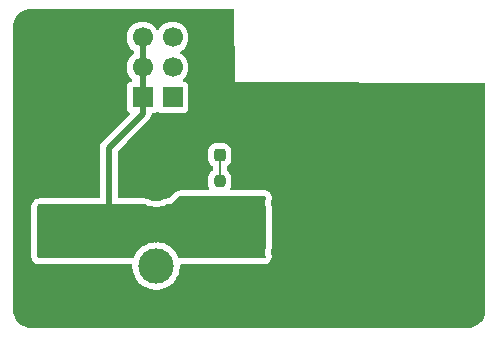
<source format=gtl>
G04 #@! TF.GenerationSoftware,KiCad,Pcbnew,9.0.2-9.0.2-0~ubuntu24.04.1*
G04 #@! TF.CreationDate,2025-06-12T12:11:56+02:00*
G04 #@! TF.ProjectId,PCB_Affichage,5043425f-4166-4666-9963-686167652e6b,rev?*
G04 #@! TF.SameCoordinates,Original*
G04 #@! TF.FileFunction,Copper,L1,Top*
G04 #@! TF.FilePolarity,Positive*
%FSLAX46Y46*%
G04 Gerber Fmt 4.6, Leading zero omitted, Abs format (unit mm)*
G04 Created by KiCad (PCBNEW 9.0.2-9.0.2-0~ubuntu24.04.1) date 2025-06-12 12:11:56*
%MOMM*%
%LPD*%
G01*
G04 APERTURE LIST*
G04 Aperture macros list*
%AMRoundRect*
0 Rectangle with rounded corners*
0 $1 Rounding radius*
0 $2 $3 $4 $5 $6 $7 $8 $9 X,Y pos of 4 corners*
0 Add a 4 corners polygon primitive as box body*
4,1,4,$2,$3,$4,$5,$6,$7,$8,$9,$2,$3,0*
0 Add four circle primitives for the rounded corners*
1,1,$1+$1,$2,$3*
1,1,$1+$1,$4,$5*
1,1,$1+$1,$6,$7*
1,1,$1+$1,$8,$9*
0 Add four rect primitives between the rounded corners*
20,1,$1+$1,$2,$3,$4,$5,0*
20,1,$1+$1,$4,$5,$6,$7,0*
20,1,$1+$1,$6,$7,$8,$9,0*
20,1,$1+$1,$8,$9,$2,$3,0*%
G04 Aperture macros list end*
G04 #@! TA.AperFunction,ComponentPad*
%ADD10R,1.700000X1.700000*%
G04 #@! TD*
G04 #@! TA.AperFunction,ComponentPad*
%ADD11C,1.700000*%
G04 #@! TD*
G04 #@! TA.AperFunction,SMDPad,CuDef*
%ADD12RoundRect,0.237500X-0.237500X0.287500X-0.237500X-0.287500X0.237500X-0.287500X0.237500X0.287500X0*%
G04 #@! TD*
G04 #@! TA.AperFunction,SMDPad,CuDef*
%ADD13RoundRect,0.237500X0.237500X-0.250000X0.237500X0.250000X-0.237500X0.250000X-0.237500X-0.250000X0*%
G04 #@! TD*
G04 #@! TA.AperFunction,ComponentPad*
%ADD14C,3.000000*%
G04 #@! TD*
G04 #@! TA.AperFunction,ComponentPad*
%ADD15RoundRect,0.760000X1.140000X-1.140000X1.140000X1.140000X-1.140000X1.140000X-1.140000X-1.140000X0*%
G04 #@! TD*
G04 #@! TA.AperFunction,ComponentPad*
%ADD16C,4.000000*%
G04 #@! TD*
G04 #@! TA.AperFunction,ViaPad*
%ADD17C,0.600000*%
G04 #@! TD*
G04 #@! TA.AperFunction,Conductor*
%ADD18C,0.500000*%
G04 #@! TD*
G04 #@! TA.AperFunction,Conductor*
%ADD19C,0.200000*%
G04 #@! TD*
G04 APERTURE END LIST*
D10*
X101000000Y-54000000D03*
D11*
X101000000Y-51460000D03*
X101000000Y-48920000D03*
D12*
X105000000Y-57125000D03*
X105000000Y-58875000D03*
D10*
X95920000Y-54000000D03*
D11*
X95920000Y-51460000D03*
X95920000Y-48920000D03*
D10*
X98460000Y-54000000D03*
D11*
X98460000Y-51460000D03*
X98460000Y-48920000D03*
D13*
X105000000Y-62912500D03*
X105000000Y-61087500D03*
D14*
X99610000Y-68260000D03*
X99610000Y-64760000D03*
X99610000Y-61260000D03*
D15*
X91680000Y-65470000D03*
D16*
X91680000Y-60470000D03*
D17*
X105050000Y-66490000D03*
X106040000Y-66530000D03*
X106380000Y-65040000D03*
X107470000Y-65040000D03*
X108340000Y-65040000D03*
X96700000Y-58720000D03*
X118090000Y-63090000D03*
X105190000Y-71090000D03*
X113790000Y-71090000D03*
X122390000Y-71090000D03*
X94520000Y-68530000D03*
X87990000Y-55090000D03*
X100890000Y-71090000D03*
X87990000Y-51090000D03*
X96690000Y-62120000D03*
X87990000Y-71090000D03*
X126690000Y-71090000D03*
X109630000Y-62910000D03*
X118090000Y-71090000D03*
X113790000Y-63090000D03*
X118090000Y-67090000D03*
X92300000Y-55120000D03*
X88480000Y-47500000D03*
X105190000Y-47090000D03*
X118090000Y-55090000D03*
X109620000Y-67100000D03*
X96690000Y-68540000D03*
X92290000Y-51090000D03*
X122400000Y-55050000D03*
X113790000Y-59090000D03*
X92290000Y-47090000D03*
X113790000Y-55090000D03*
X122390000Y-59090000D03*
X100890000Y-47090000D03*
X96590000Y-71090000D03*
X103340000Y-58690000D03*
X118090000Y-59090000D03*
X105190000Y-55090000D03*
X106580000Y-58690000D03*
X126690000Y-67090000D03*
X126690000Y-55090000D03*
X98820000Y-57040000D03*
X94520000Y-62110000D03*
X113790000Y-67090000D03*
X103320000Y-61180000D03*
X87990000Y-67090000D03*
X122390000Y-63090000D03*
X87990000Y-63090000D03*
X92080000Y-71100000D03*
X109490000Y-55090000D03*
X94630000Y-56940000D03*
X96590000Y-47090000D03*
X87990000Y-59090000D03*
X109490000Y-71090000D03*
X103310000Y-69170000D03*
D18*
X98460000Y-55380000D02*
X95600000Y-58240000D01*
X98460000Y-48920000D02*
X98460000Y-51460000D01*
X95600000Y-58240000D02*
X95600000Y-65090000D01*
X98460000Y-54000000D02*
X98460000Y-55380000D01*
X98460000Y-51460000D02*
X98460000Y-54000000D01*
D19*
X105000000Y-61087500D02*
X105000000Y-58875000D01*
G04 #@! TA.AperFunction,Conductor*
G36*
X108776109Y-62359655D02*
G01*
X108784735Y-62362214D01*
X108793645Y-62360951D01*
X108817706Y-62371995D01*
X108843092Y-62379526D01*
X108848966Y-62386344D01*
X108857145Y-62390098D01*
X108871416Y-62412398D01*
X108888700Y-62432457D01*
X108890951Y-62442922D01*
X108894807Y-62448948D01*
X108899763Y-62483892D01*
X108899623Y-62557045D01*
X108890185Y-62604258D01*
X108860264Y-62676497D01*
X108860261Y-62676505D01*
X108829500Y-62831153D01*
X108829500Y-62988846D01*
X108860260Y-63143488D01*
X108860262Y-63143493D01*
X108860263Y-63143497D01*
X108872898Y-63174000D01*
X108888846Y-63212503D01*
X108898284Y-63260190D01*
X108891652Y-66742149D01*
X108882214Y-66789364D01*
X108850262Y-66866506D01*
X108850260Y-66866511D01*
X108819500Y-67021153D01*
X108819500Y-67178846D01*
X108850261Y-67333489D01*
X108850264Y-67333501D01*
X108880855Y-67407355D01*
X108882499Y-67415664D01*
X108885337Y-67420098D01*
X108890294Y-67455042D01*
X108890235Y-67486153D01*
X108870423Y-67553155D01*
X108817532Y-67598810D01*
X108766154Y-67609918D01*
X101586876Y-67605213D01*
X101519849Y-67585484D01*
X101474129Y-67532651D01*
X101472396Y-67528665D01*
X101408048Y-67373314D01*
X101408041Y-67373299D01*
X101276924Y-67146196D01*
X101117281Y-66938148D01*
X101117274Y-66938140D01*
X100931860Y-66752726D01*
X100931851Y-66752718D01*
X100723803Y-66593075D01*
X100496700Y-66461958D01*
X100496690Y-66461953D01*
X100254428Y-66361605D01*
X100254421Y-66361603D01*
X100254419Y-66361602D01*
X100001116Y-66293730D01*
X99943339Y-66286123D01*
X99741127Y-66259500D01*
X99741120Y-66259500D01*
X99478880Y-66259500D01*
X99478872Y-66259500D01*
X99247772Y-66289926D01*
X99218884Y-66293730D01*
X98965581Y-66361602D01*
X98965571Y-66361605D01*
X98723309Y-66461953D01*
X98723299Y-66461958D01*
X98496196Y-66593075D01*
X98288148Y-66752718D01*
X98102718Y-66938148D01*
X97943075Y-67146196D01*
X97811958Y-67373299D01*
X97811953Y-67373309D01*
X97748675Y-67526076D01*
X97704833Y-67580480D01*
X97638539Y-67602544D01*
X97634033Y-67602623D01*
X93746442Y-67600076D01*
X93630000Y-67600000D01*
X93629960Y-67600000D01*
X89684000Y-67600000D01*
X89616961Y-67580315D01*
X89571206Y-67527511D01*
X89560000Y-67476000D01*
X89560000Y-63174000D01*
X89579685Y-63106961D01*
X89632489Y-63061206D01*
X89684000Y-63050000D01*
X98679220Y-63050000D01*
X98726673Y-63059439D01*
X98965581Y-63158398D01*
X99218884Y-63226270D01*
X99478880Y-63260500D01*
X99478887Y-63260500D01*
X99741113Y-63260500D01*
X99741120Y-63260500D01*
X100001116Y-63226270D01*
X100254419Y-63158398D01*
X100493327Y-63059439D01*
X100540780Y-63050000D01*
X100889999Y-63050000D01*
X100890000Y-63050000D01*
X101664768Y-62370881D01*
X101728157Y-62341495D01*
X101746846Y-62340130D01*
X108776109Y-62359655D01*
G37*
G04 #@! TD.AperFunction*
G04 #@! TA.AperFunction,Conductor*
G36*
X106184946Y-46520185D02*
G01*
X106230701Y-46572989D01*
X106241905Y-46623832D01*
X106274785Y-52728606D01*
X106274786Y-52728607D01*
X127375673Y-52758063D01*
X127442685Y-52777841D01*
X127488366Y-52830709D01*
X127499500Y-52882063D01*
X127499500Y-71995572D01*
X127499184Y-72004418D01*
X127499184Y-72004419D01*
X127484869Y-72204557D01*
X127482351Y-72222068D01*
X127440646Y-72413787D01*
X127435662Y-72430763D01*
X127367090Y-72614609D01*
X127359740Y-72630701D01*
X127265711Y-72802904D01*
X127256146Y-72817789D01*
X127138558Y-72974867D01*
X127126972Y-72988237D01*
X126988237Y-73126972D01*
X126974867Y-73138558D01*
X126817789Y-73256146D01*
X126802904Y-73265711D01*
X126630701Y-73359740D01*
X126614609Y-73367090D01*
X126430763Y-73435662D01*
X126413787Y-73440646D01*
X126222068Y-73482351D01*
X126204557Y-73484869D01*
X126023779Y-73497799D01*
X126004417Y-73499184D01*
X125995572Y-73499500D01*
X89004428Y-73499500D01*
X88995582Y-73499184D01*
X88973622Y-73497613D01*
X88795442Y-73484869D01*
X88777931Y-73482351D01*
X88586212Y-73440646D01*
X88569236Y-73435662D01*
X88385390Y-73367090D01*
X88369298Y-73359740D01*
X88197095Y-73265711D01*
X88182210Y-73256146D01*
X88025132Y-73138558D01*
X88011762Y-73126972D01*
X87873027Y-72988237D01*
X87861441Y-72974867D01*
X87743849Y-72817784D01*
X87734288Y-72802904D01*
X87640259Y-72630701D01*
X87632909Y-72614609D01*
X87572091Y-72451551D01*
X87564334Y-72430755D01*
X87559355Y-72413797D01*
X87517647Y-72222063D01*
X87515130Y-72204556D01*
X87500816Y-72004418D01*
X87500500Y-71995572D01*
X87500500Y-63174000D01*
X89054500Y-63174000D01*
X89054500Y-67476000D01*
X89054501Y-67476009D01*
X89066052Y-67583450D01*
X89066054Y-67583462D01*
X89077260Y-67634972D01*
X89111383Y-67737497D01*
X89111386Y-67737503D01*
X89189171Y-67858537D01*
X89189179Y-67858548D01*
X89234923Y-67911340D01*
X89234926Y-67911343D01*
X89234930Y-67911347D01*
X89343664Y-68005567D01*
X89343667Y-68005568D01*
X89343668Y-68005569D01*
X89460717Y-68059025D01*
X89474541Y-68065338D01*
X89541580Y-68085023D01*
X89541584Y-68085024D01*
X89684000Y-68105500D01*
X89684003Y-68105500D01*
X93629629Y-68105500D01*
X97485581Y-68108025D01*
X97552608Y-68127753D01*
X97598328Y-68180587D01*
X97609500Y-68232025D01*
X97609500Y-68391127D01*
X97636123Y-68593339D01*
X97643730Y-68651116D01*
X97711602Y-68904418D01*
X97711605Y-68904428D01*
X97811953Y-69146690D01*
X97811958Y-69146700D01*
X97943075Y-69373803D01*
X98102718Y-69581851D01*
X98102726Y-69581860D01*
X98288140Y-69767274D01*
X98288148Y-69767281D01*
X98496196Y-69926924D01*
X98723299Y-70058041D01*
X98723309Y-70058046D01*
X98965571Y-70158394D01*
X98965581Y-70158398D01*
X99218884Y-70226270D01*
X99478880Y-70260500D01*
X99478887Y-70260500D01*
X99741113Y-70260500D01*
X99741120Y-70260500D01*
X100001116Y-70226270D01*
X100254419Y-70158398D01*
X100496697Y-70058043D01*
X100723803Y-69926924D01*
X100931851Y-69767282D01*
X100931855Y-69767277D01*
X100931860Y-69767274D01*
X101117274Y-69581860D01*
X101117277Y-69581855D01*
X101117282Y-69581851D01*
X101276924Y-69373803D01*
X101408043Y-69146697D01*
X101508398Y-68904419D01*
X101576270Y-68651116D01*
X101610500Y-68391120D01*
X101610500Y-68234809D01*
X101630185Y-68167770D01*
X101682989Y-68122015D01*
X101734576Y-68110809D01*
X108765823Y-68115418D01*
X108872976Y-68104002D01*
X108924354Y-68092894D01*
X109026652Y-68059026D01*
X109147839Y-67981468D01*
X109200730Y-67935813D01*
X109295156Y-67827257D01*
X109355175Y-67696493D01*
X109374392Y-67631502D01*
X109374870Y-67629980D01*
X109374988Y-67629486D01*
X109395734Y-67487112D01*
X109395793Y-67456001D01*
X109390783Y-67384045D01*
X109385826Y-67349101D01*
X109370623Y-67278578D01*
X109364541Y-67265197D01*
X109360084Y-67253967D01*
X109359389Y-67251934D01*
X109347877Y-67213910D01*
X109339497Y-67193680D01*
X109338224Y-67189952D01*
X109338132Y-67187845D01*
X109333953Y-67174069D01*
X109327382Y-67141031D01*
X109325000Y-67116842D01*
X109325000Y-67083154D01*
X109327382Y-67058966D01*
X109333951Y-67025937D01*
X109341009Y-67002670D01*
X109349238Y-66982803D01*
X109377908Y-66888450D01*
X109387346Y-66841235D01*
X109397151Y-66743112D01*
X109403783Y-63261153D01*
X109403782Y-63261142D01*
X109394167Y-63162063D01*
X109394166Y-63162058D01*
X109394165Y-63162047D01*
X109384727Y-63114360D01*
X109355869Y-63019062D01*
X109351007Y-63007326D01*
X109343951Y-62984062D01*
X109337382Y-62951032D01*
X109335000Y-62926845D01*
X109335000Y-62893152D01*
X109337382Y-62868965D01*
X109343952Y-62835929D01*
X109351006Y-62812670D01*
X109357210Y-62797695D01*
X109385878Y-62703348D01*
X109390386Y-62680800D01*
X109395312Y-62656156D01*
X109395312Y-62656152D01*
X109395316Y-62656135D01*
X109400787Y-62601387D01*
X109405121Y-62558029D01*
X109405121Y-62558022D01*
X109405122Y-62558012D01*
X109405262Y-62484859D01*
X109400254Y-62412909D01*
X109395298Y-62377965D01*
X109380109Y-62307484D01*
X109367779Y-62280344D01*
X109349100Y-62223741D01*
X109324730Y-62185589D01*
X109320596Y-62176488D01*
X109316740Y-62170462D01*
X109289078Y-62127233D01*
X109289060Y-62127211D01*
X109283272Y-62118168D01*
X109282942Y-62117646D01*
X109282924Y-62117621D01*
X109282919Y-62117615D01*
X109282917Y-62117612D01*
X109282570Y-62117210D01*
X109271936Y-62102936D01*
X109271649Y-62102486D01*
X109254365Y-62082427D01*
X109227532Y-62051286D01*
X109226054Y-62049572D01*
X109226046Y-62049561D01*
X109226043Y-62049558D01*
X109226041Y-62049556D01*
X109225137Y-62048768D01*
X109212741Y-62036312D01*
X109188907Y-62008700D01*
X109188904Y-62008697D01*
X109171876Y-61997708D01*
X109158803Y-61989272D01*
X109144580Y-61978572D01*
X109141663Y-61976030D01*
X109117571Y-61955036D01*
X109084415Y-61939782D01*
X109072543Y-61933520D01*
X109070754Y-61932449D01*
X109068010Y-61930678D01*
X109067098Y-61930259D01*
X109067094Y-61930257D01*
X109023811Y-61910390D01*
X109004517Y-61901535D01*
X109004514Y-61901534D01*
X109003974Y-61901374D01*
X109002580Y-61900952D01*
X108994766Y-61898539D01*
X108986860Y-61894902D01*
X108961474Y-61887371D01*
X108961232Y-61888183D01*
X108928371Y-61878034D01*
X108928504Y-61877590D01*
X108919878Y-61875031D01*
X108919871Y-61875029D01*
X108917522Y-61874684D01*
X108916527Y-61874377D01*
X108901548Y-61871081D01*
X108866580Y-61860740D01*
X108866581Y-61860740D01*
X108830716Y-61860668D01*
X108812979Y-61859356D01*
X108777522Y-61854157D01*
X106012485Y-61846476D01*
X105945500Y-61826605D01*
X105899892Y-61773674D01*
X105890141Y-61704488D01*
X105907293Y-61657375D01*
X105910908Y-61651516D01*
X105965174Y-61487753D01*
X105975500Y-61386677D01*
X105975499Y-60788324D01*
X105965174Y-60687247D01*
X105910908Y-60523484D01*
X105820340Y-60376650D01*
X105698350Y-60254660D01*
X105698349Y-60254659D01*
X105659402Y-60230636D01*
X105612678Y-60178687D01*
X105600500Y-60125098D01*
X105600500Y-59874900D01*
X105620185Y-59807861D01*
X105659401Y-59769363D01*
X105698350Y-59745340D01*
X105820340Y-59623350D01*
X105910908Y-59476516D01*
X105965174Y-59312753D01*
X105975500Y-59211677D01*
X105975499Y-58538324D01*
X105973070Y-58514549D01*
X105965174Y-58437247D01*
X105910908Y-58273484D01*
X105820340Y-58126650D01*
X105698350Y-58004660D01*
X105551516Y-57914092D01*
X105387753Y-57859826D01*
X105387751Y-57859825D01*
X105286678Y-57849500D01*
X104713330Y-57849500D01*
X104713312Y-57849501D01*
X104612247Y-57859825D01*
X104448484Y-57914092D01*
X104448481Y-57914093D01*
X104301648Y-58004661D01*
X104179661Y-58126648D01*
X104089093Y-58273481D01*
X104089092Y-58273484D01*
X104034826Y-58437247D01*
X104034826Y-58437248D01*
X104034825Y-58437248D01*
X104024500Y-58538315D01*
X104024500Y-59211669D01*
X104024501Y-59211687D01*
X104034825Y-59312752D01*
X104071109Y-59422249D01*
X104089092Y-59476516D01*
X104179660Y-59623350D01*
X104301650Y-59745340D01*
X104340597Y-59769362D01*
X104387320Y-59821307D01*
X104399500Y-59874900D01*
X104399500Y-60125098D01*
X104379815Y-60192137D01*
X104340598Y-60230636D01*
X104301650Y-60254659D01*
X104179661Y-60376648D01*
X104089093Y-60523481D01*
X104089092Y-60523484D01*
X104034826Y-60687247D01*
X104034826Y-60687248D01*
X104034825Y-60687248D01*
X104024500Y-60788315D01*
X104024500Y-61386669D01*
X104024501Y-61386687D01*
X104034825Y-61487752D01*
X104089092Y-61651515D01*
X104089094Y-61651520D01*
X104089231Y-61651741D01*
X104089278Y-61651913D01*
X104092146Y-61658064D01*
X104091095Y-61658553D01*
X104107672Y-61719133D01*
X104086750Y-61785797D01*
X104033109Y-61830567D01*
X103983349Y-61840839D01*
X101809084Y-61834800D01*
X101748250Y-61834632D01*
X101748249Y-61834632D01*
X101748241Y-61834632D01*
X101710007Y-61835973D01*
X101691349Y-61837336D01*
X101653370Y-61841558D01*
X101515547Y-61882880D01*
X101453807Y-61911502D01*
X101452491Y-61912088D01*
X101452156Y-61912267D01*
X101331561Y-61990744D01*
X100734897Y-62513748D01*
X100671508Y-62543135D01*
X100653161Y-62544500D01*
X100540780Y-62544500D01*
X100525960Y-62545959D01*
X100442171Y-62554211D01*
X100394716Y-62563650D01*
X100394710Y-62563651D01*
X100394709Y-62563652D01*
X100299880Y-62592418D01*
X100299878Y-62592418D01*
X100299874Y-62592420D01*
X100099091Y-62675586D01*
X100083732Y-62680800D01*
X99910131Y-62727315D01*
X99894225Y-62730479D01*
X99745789Y-62750023D01*
X99716045Y-62753939D01*
X99699861Y-62755000D01*
X99520139Y-62755000D01*
X99503954Y-62753939D01*
X99470818Y-62749576D01*
X99325773Y-62730479D01*
X99309867Y-62727315D01*
X99136266Y-62680800D01*
X99120906Y-62675586D01*
X98920121Y-62592418D01*
X98880717Y-62580465D01*
X98825291Y-62563652D01*
X98825286Y-62563651D01*
X98825283Y-62563650D01*
X98777828Y-62554211D01*
X98695243Y-62546078D01*
X98679220Y-62544500D01*
X98679218Y-62544500D01*
X96474500Y-62544500D01*
X96407461Y-62524815D01*
X96361706Y-62472011D01*
X96350500Y-62420500D01*
X96350500Y-58602230D01*
X96370185Y-58535191D01*
X96386819Y-58514549D01*
X97139788Y-57761580D01*
X99042952Y-55858416D01*
X99092186Y-55784729D01*
X99125084Y-55735495D01*
X99181658Y-55598913D01*
X99187990Y-55567080D01*
X99211219Y-55450307D01*
X99243604Y-55388396D01*
X99304320Y-55353822D01*
X99332836Y-55350499D01*
X99357871Y-55350499D01*
X99357872Y-55350499D01*
X99417483Y-55344091D01*
X99552331Y-55293796D01*
X99655690Y-55216421D01*
X99721152Y-55192004D01*
X99789425Y-55206855D01*
X99804303Y-55216416D01*
X99907665Y-55293793D01*
X99907668Y-55293795D01*
X99907671Y-55293797D01*
X100042517Y-55344091D01*
X100042516Y-55344091D01*
X100049444Y-55344835D01*
X100102127Y-55350500D01*
X101897872Y-55350499D01*
X101957483Y-55344091D01*
X102092331Y-55293796D01*
X102207546Y-55207546D01*
X102293796Y-55092331D01*
X102344091Y-54957483D01*
X102350500Y-54897873D01*
X102350499Y-53102128D01*
X102344091Y-53042517D01*
X102293796Y-52907669D01*
X102293795Y-52907668D01*
X102293793Y-52907664D01*
X102207547Y-52792455D01*
X102207544Y-52792452D01*
X102092335Y-52706206D01*
X102092328Y-52706202D01*
X101960917Y-52657189D01*
X101904983Y-52615318D01*
X101880566Y-52549853D01*
X101895418Y-52481580D01*
X101916563Y-52453332D01*
X102030104Y-52339792D01*
X102155051Y-52167816D01*
X102251557Y-51978412D01*
X102317246Y-51776243D01*
X102350500Y-51566287D01*
X102350500Y-51353713D01*
X102317246Y-51143757D01*
X102251557Y-50941588D01*
X102155051Y-50752184D01*
X102155049Y-50752181D01*
X102155048Y-50752179D01*
X102030109Y-50580213D01*
X101879786Y-50429890D01*
X101707820Y-50304951D01*
X101707115Y-50304591D01*
X101699054Y-50300485D01*
X101648259Y-50252512D01*
X101631463Y-50184692D01*
X101653999Y-50118556D01*
X101699054Y-50079515D01*
X101707816Y-50075051D01*
X101795655Y-50011233D01*
X101879786Y-49950109D01*
X101879788Y-49950106D01*
X101879792Y-49950104D01*
X102030104Y-49799792D01*
X102030106Y-49799788D01*
X102030109Y-49799786D01*
X102155048Y-49627820D01*
X102155047Y-49627820D01*
X102155051Y-49627816D01*
X102251557Y-49438412D01*
X102317246Y-49236243D01*
X102350500Y-49026287D01*
X102350500Y-48813713D01*
X102317246Y-48603757D01*
X102251557Y-48401588D01*
X102155051Y-48212184D01*
X102155049Y-48212181D01*
X102155048Y-48212179D01*
X102030109Y-48040213D01*
X101879786Y-47889890D01*
X101707820Y-47764951D01*
X101518414Y-47668444D01*
X101518413Y-47668443D01*
X101518412Y-47668443D01*
X101316243Y-47602754D01*
X101316241Y-47602753D01*
X101316240Y-47602753D01*
X101154957Y-47577208D01*
X101106287Y-47569500D01*
X100893713Y-47569500D01*
X100845042Y-47577208D01*
X100683760Y-47602753D01*
X100481585Y-47668444D01*
X100292179Y-47764951D01*
X100120213Y-47889890D01*
X99969890Y-48040213D01*
X99844949Y-48212182D01*
X99840484Y-48220946D01*
X99792509Y-48271742D01*
X99724688Y-48288536D01*
X99658553Y-48265998D01*
X99619516Y-48220946D01*
X99615050Y-48212182D01*
X99490109Y-48040213D01*
X99339786Y-47889890D01*
X99167820Y-47764951D01*
X98978414Y-47668444D01*
X98978413Y-47668443D01*
X98978412Y-47668443D01*
X98776243Y-47602754D01*
X98776241Y-47602753D01*
X98776240Y-47602753D01*
X98614957Y-47577208D01*
X98566287Y-47569500D01*
X98353713Y-47569500D01*
X98305042Y-47577208D01*
X98143760Y-47602753D01*
X97941585Y-47668444D01*
X97752179Y-47764951D01*
X97580213Y-47889890D01*
X97429890Y-48040213D01*
X97304951Y-48212179D01*
X97208444Y-48401585D01*
X97142753Y-48603760D01*
X97109500Y-48813713D01*
X97109500Y-49026286D01*
X97142753Y-49236239D01*
X97208444Y-49438414D01*
X97304951Y-49627820D01*
X97429890Y-49799786D01*
X97429896Y-49799792D01*
X97580208Y-49950104D01*
X97658384Y-50006902D01*
X97661725Y-50011233D01*
X97666703Y-50013507D01*
X97682833Y-50038606D01*
X97701051Y-50062231D01*
X97702304Y-50068904D01*
X97704477Y-50072285D01*
X97709500Y-50107220D01*
X97709500Y-50272779D01*
X97689815Y-50339818D01*
X97658385Y-50373097D01*
X97580211Y-50429893D01*
X97580205Y-50429898D01*
X97429890Y-50580213D01*
X97304951Y-50752179D01*
X97208444Y-50941585D01*
X97142753Y-51143760D01*
X97109500Y-51353713D01*
X97109500Y-51566286D01*
X97142753Y-51776239D01*
X97208444Y-51978414D01*
X97304951Y-52167820D01*
X97429890Y-52339786D01*
X97543430Y-52453326D01*
X97576915Y-52514649D01*
X97571931Y-52584341D01*
X97530059Y-52640274D01*
X97499083Y-52657189D01*
X97367669Y-52706203D01*
X97367664Y-52706206D01*
X97252455Y-52792452D01*
X97252452Y-52792455D01*
X97166206Y-52907664D01*
X97166202Y-52907671D01*
X97115908Y-53042517D01*
X97109501Y-53102116D01*
X97109501Y-53102123D01*
X97109500Y-53102135D01*
X97109500Y-54897870D01*
X97109501Y-54897876D01*
X97115908Y-54957483D01*
X97166202Y-55092328D01*
X97166206Y-55092335D01*
X97252452Y-55207544D01*
X97252453Y-55207544D01*
X97252454Y-55207546D01*
X97264311Y-55216422D01*
X97320116Y-55258198D01*
X97361986Y-55314132D01*
X97366970Y-55383824D01*
X97333485Y-55445145D01*
X95017050Y-57761580D01*
X95017044Y-57761588D01*
X94967812Y-57835268D01*
X94967813Y-57835269D01*
X94934921Y-57884496D01*
X94934914Y-57884508D01*
X94878342Y-58021086D01*
X94878340Y-58021092D01*
X94849500Y-58166079D01*
X94849500Y-62420500D01*
X94829815Y-62487539D01*
X94777011Y-62533294D01*
X94725500Y-62544500D01*
X89684000Y-62544500D01*
X89683991Y-62544500D01*
X89683990Y-62544501D01*
X89576549Y-62556052D01*
X89576537Y-62556054D01*
X89525027Y-62567260D01*
X89422502Y-62601383D01*
X89422496Y-62601386D01*
X89301462Y-62679171D01*
X89301451Y-62679179D01*
X89248659Y-62724923D01*
X89154433Y-62833664D01*
X89154430Y-62833668D01*
X89094664Y-62964534D01*
X89078652Y-63019066D01*
X89074977Y-63031580D01*
X89074976Y-63031584D01*
X89054500Y-63174000D01*
X87500500Y-63174000D01*
X87500500Y-48004427D01*
X87500816Y-47995581D01*
X87515130Y-47795443D01*
X87517646Y-47777938D01*
X87559356Y-47586199D01*
X87564333Y-47569248D01*
X87632911Y-47385385D01*
X87640259Y-47369298D01*
X87702815Y-47254734D01*
X87734291Y-47197089D01*
X87743845Y-47182221D01*
X87861448Y-47025123D01*
X87873020Y-47011769D01*
X88011769Y-46873020D01*
X88025123Y-46861448D01*
X88182221Y-46743845D01*
X88197089Y-46734291D01*
X88369298Y-46640258D01*
X88385385Y-46632911D01*
X88569248Y-46564333D01*
X88586199Y-46559356D01*
X88777938Y-46517646D01*
X88795436Y-46515130D01*
X88995582Y-46500816D01*
X89004428Y-46500500D01*
X89065892Y-46500500D01*
X106117907Y-46500500D01*
X106184946Y-46520185D01*
G37*
G04 #@! TD.AperFunction*
M02*

</source>
